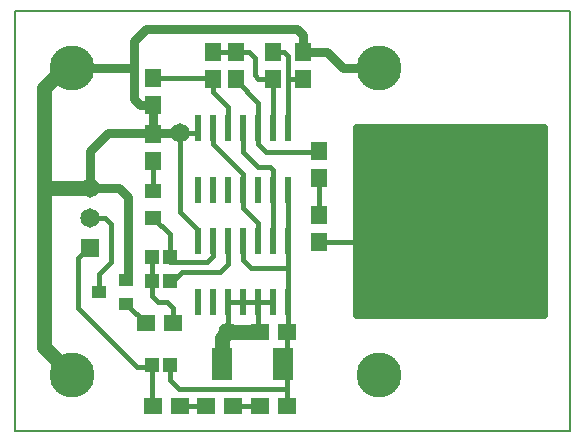
<source format=gbr>
%FSLAX23Y23*%
%MOIN*%
G04 EasyPC Gerber Version 18.0.1 Build 3581 *
%ADD129R,0.02360X0.08660*%
%ADD130R,0.04500X0.05000*%
%ADD127R,0.05500X0.06000*%
%ADD132R,0.07000X0.11000*%
%ADD74R,0.06000X0.06000*%
%ADD22C,0.00800*%
%ADD72C,0.01575*%
%ADD100C,0.02500*%
%ADD135C,0.02953*%
%ADD136C,0.05118*%
%ADD134C,0.06496*%
%ADD81C,0.06500*%
%ADD128C,0.15000*%
%ADD131R,0.04800X0.04000*%
%ADD75R,0.05512X0.04528*%
%ADD126R,0.06000X0.05500*%
X0Y0D02*
D02*
D22*
X2341Y299D02*
Y1699D01*
X491*
Y299*
X2341*
D02*
D72*
X741Y911D02*
X736D01*
X701Y876*
Y709*
X896Y514*
X946*
Y384*
X951*
X772Y764D02*
Y824D01*
X811Y863*
Y991*
X791Y1011*
X741*
X926Y659D02*
X861Y724D01*
X859*
X946Y879D02*
Y799D01*
X951Y1101D02*
Y1199D01*
Y1476D02*
X1151D01*
Y1474*
X1006Y519D02*
Y469D01*
X1036Y439*
X1396*
X1006Y799D02*
X1016D01*
X1046Y829*
X1174*
X1201Y856*
Y934*
X1006Y879D02*
Y956D01*
X951Y1011*
X1006Y879D02*
Y864D01*
X1131*
X1151Y884*
Y934*
X1016Y659D02*
Y709D01*
X996Y729*
X966*
X946Y749*
Y799*
X1041Y384D02*
X1126D01*
X1101Y934D02*
Y969D01*
X1039Y1031*
Y1294*
X1101Y1309D02*
Y1294D01*
X1039*
X1151Y1309D02*
Y1256D01*
X1251Y1156*
Y1044*
X1301Y994*
Y934*
X1201Y729D02*
Y631D01*
Y729D02*
X1351D01*
X1201Y1309D02*
Y1381D01*
X1151Y1431*
Y1474*
X1216Y384D02*
X1306D01*
X1226Y1474D02*
Y1469D01*
X1301Y1394*
Y1309*
X1226Y1564D02*
X1269D01*
X1289Y1544*
Y1486*
X1301Y1474*
X1351*
X1226Y1564D02*
X1151D01*
X1251Y934D02*
Y869D01*
X1276Y844*
X1401*
X1251Y1309D02*
Y1231D01*
X1301Y1181*
X1339*
X1351Y1169*
Y934*
X1301Y729D02*
Y636D01*
X1306Y631*
X1301Y1309D02*
Y1256D01*
X1326Y1231*
X1509*
X1506Y1234*
X1504*
X1351Y1309D02*
Y1474D01*
X1396Y439D02*
Y384D01*
Y631D02*
Y439D01*
X1401Y729D02*
Y636D01*
X1396Y631*
X1401Y729D02*
Y844D01*
Y934*
Y1104D02*
Y934D01*
Y1309D02*
Y1479D01*
Y1549*
X1386Y1564*
X1351*
X1451Y1474D02*
X1406D01*
X1401Y1479*
X1504Y929D02*
X1654D01*
Y874*
X1691*
Y879*
X1504Y1144D02*
Y1019D01*
D02*
D74*
X741Y911D03*
D02*
D75*
X951Y1011D03*
Y1101D03*
D02*
D81*
X741Y1011D03*
Y1111D03*
D02*
D100*
X2254Y1311D02*
Y686D01*
X1629*
Y1311*
X2254*
G36*
Y686*
X1629*
Y1311*
X2254*
G37*
D02*
D126*
X926Y659D03*
X951Y384D03*
X1016Y659D03*
X1041Y384D03*
X1126D03*
X1216D03*
X1306D03*
Y631D03*
X1396Y384D03*
Y631D03*
D02*
D127*
X951Y1199D03*
Y1289D03*
Y1386D03*
Y1476D03*
X1151Y1474D03*
Y1564D03*
X1226Y1474D03*
Y1564D03*
X1351Y1474D03*
Y1564D03*
X1451Y1474D03*
Y1564D03*
X1504Y929D03*
Y1019D03*
Y1144D03*
Y1234D03*
D02*
D128*
X680Y486D03*
Y1511D03*
X1704Y486D03*
Y1511D03*
D02*
D129*
X1101Y729D03*
Y934D03*
Y1104D03*
Y1309D03*
X1151Y729D03*
Y934D03*
Y1104D03*
Y1309D03*
X1201Y729D03*
Y934D03*
Y1104D03*
Y1309D03*
X1251Y729D03*
Y934D03*
Y1104D03*
Y1309D03*
X1301Y729D03*
Y934D03*
Y1104D03*
Y1309D03*
X1351Y729D03*
Y934D03*
Y1104D03*
Y1309D03*
X1401Y729D03*
Y934D03*
Y1104D03*
Y1309D03*
D02*
D130*
X946Y519D03*
Y799D03*
Y879D03*
X1006Y519D03*
Y799D03*
Y879D03*
D02*
D131*
X772Y764D03*
X859Y724D03*
Y804D03*
D02*
D132*
X1179Y524D03*
X1383D03*
D02*
D134*
X1039Y1294D03*
X1201Y631D03*
D02*
D135*
X680Y1511D02*
X886D01*
X741Y1111D02*
Y1234D01*
X801Y1294*
X944*
X949Y1289*
X951*
X859Y804D02*
Y812D01*
X866Y819*
Y1081*
X836Y1111*
X741*
X886Y1511D02*
Y1406D01*
X906Y1386*
X951*
Y1289*
X1039Y1294D02*
X951D01*
Y1289*
X1451Y1564D02*
X1531D01*
X1584Y1511*
X1704*
X1451Y1564D02*
Y1619D01*
X1431Y1639*
X926*
X886Y1599*
Y1511*
D02*
D136*
X586Y1104D02*
Y1111D01*
X741*
X680Y486D02*
X679D01*
X586Y579*
Y1104*
X680Y1511D02*
X654D01*
X586Y1444*
Y1104*
X1179Y524D02*
Y609D01*
X1201Y631*
X1306D02*
X1201D01*
X0Y0D02*
M02*

</source>
